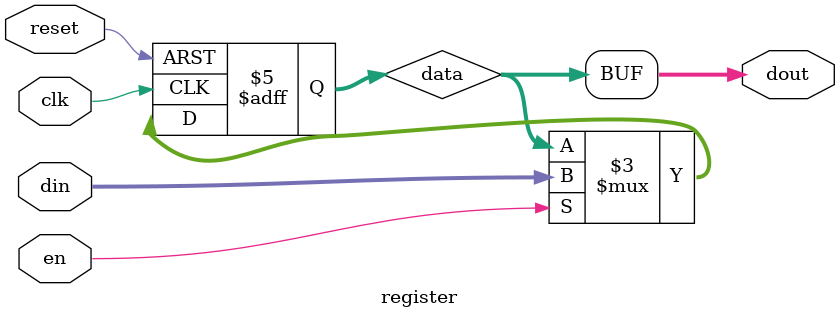
<source format=v>

module decoder2 (
	input [1:0] in,
	output out0, out1, out2, out3
	);

reg [3:0] out;

assign out0 = out[0];
assign out1 = out[1];
assign out2 = out[2];
assign out3 = out[3];

always @ (*)
	case (in)
	2'b00: out = 4'b0001;
	2'b01: out = 4'b0010;
	2'b10: out = 4'b0100;
	2'b11: out = 4'b1000;
	endcase
endmodule


module decoder8 (
	input [2:0] in,
	output reg [7:0] out
	);

always @ (*)
	case (in)
	3'b000: out = 8'b00000001;
	3'b001: out = 8'b00000010;
	3'b010: out = 8'b00000100;
	3'b011: out = 8'b00001000;
	3'b100: out = 8'b00010000;
	3'b101: out = 8'b00100000;
	3'b110: out = 8'b01000000;
	3'b111: out = 8'b10000000;
	endcase
endmodule

module decoder8en (input [2:0] in, input en, output reg [7:0] out);
always @ (*)
	if (en)
		case (in)
		3'b000: out = 8'b00000001;
		3'b001: out = 8'b00000010;
		3'b010: out = 8'b00000100;
		3'b011: out = 8'b00001000;
		3'b100: out = 8'b00010000;
		3'b101: out = 8'b00100000;
		3'b110: out = 8'b01000000;
		3'b111: out = 8'b10000000;
		endcase
	else
		out = 8'b00000000;
endmodule

 
module mux2 #(parameter WIDTH=16) (
	input sel,
	input [WIDTH-1:0] in0, in1,
	output [WIDTH-1:0] out
	);

assign out = sel ? in1 : in0 ;
endmodule


module mux4 #(parameter WIDTH=16) (
	input [1:0] sel,
	input [WIDTH-1:0] in0,in1,in2,in3,
	output reg [WIDTH-1:0] out
	);
always @ (*)
	case (sel)
	2'b00: out <= in0;
	2'b01: out <= in1;
	2'b10: out <= in2;
	2'b11: out <= in3;
	endcase
endmodule


module mux8 #(parameter WIDTH=16) (
	input [2:0] sel,
	input [WIDTH-1:0] in0,in1,in2,in3,in4,in5,in6,in7,
	output reg [WIDTH-1:0] out
	);
always @ (*)
	case (sel)
	3'b000: out <= in0;
	3'b001: out <= in1;
	3'b010: out <= in2;
	3'b011: out <= in3;
	3'b100: out <= in4;
	3'b101: out <= in5;
	3'b110: out <= in6;
	3'b111: out <= in7;
	endcase
endmodule


module mux16 #(parameter WIDTH=16) (
	input [3:0] sel,
	input [WIDTH-1:0] in00,in01,in02,in03,in04,in05,in06,in07,
	input [WIDTH-1:0] in08,in09,in10,in11,in12,in13,in14,in15,
	output reg [WIDTH-1:0] out
	);
always @ (*)
	case (sel)
	4'b0000: out <= in00;
	4'b0001: out <= in01;
	4'b0010: out <= in02;
	4'b0011: out <= in03;
	4'b0100: out <= in04;
	4'b0101: out <= in05;
	4'b0110: out <= in06;
	4'b0111: out <= in07;
	4'b1000: out <= in08;
	4'b1001: out <= in09;
	4'b1010: out <= in10;
	4'b1011: out <= in11;
	4'b1100: out <= in12;
	4'b1101: out <= in13;
	4'b1110: out <= in14;
	4'b1111: out <= in15;
	endcase
endmodule


module register #(parameter WIDTH=16) (
	input clk,
	input en,
	input reset,
	input [WIDTH-1:0] din,
	output [WIDTH-1:0] dout
	);
	
reg [WIDTH-1:0] data;
initial data = 0;
always @ (posedge clk or posedge reset)
	if (reset)
		data <= 32'h00000000;
	else if (en)
		data <= din;

assign dout = data;
endmodule


</source>
